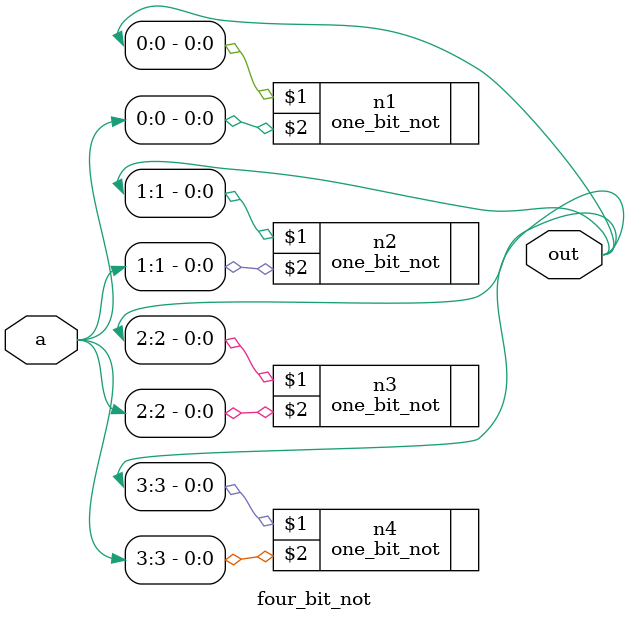
<source format=v>
`include "one_bit_not.v"
module four_bit_not(out,a);
    input[3:0] a;
    output[3:0] out;

    one_bit_not n1(out[0],a[0]);
    one_bit_not n2(out[1],a[1]);
    one_bit_not n3(out[2],a[2]);
    one_bit_not n4(out[3],a[3]);
endmodule



</source>
